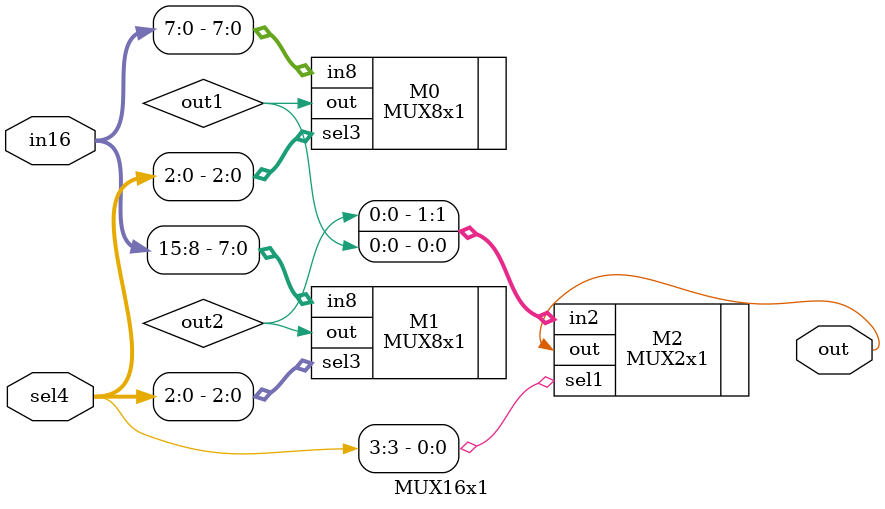
<source format=sv>
`timescale 1ns / 1ps


module MUX16x1(input [3:0] sel4, 
                input [15:0] in16,
                output logic out
    );
    
wire out1, out2;
MUX8x1 M0(.sel3(sel4[2:0]), .in8(in16[7:0]),.out(out1));
MUX8x1 M1(.sel3(sel4[2:0]), .in8(in16[15:8]),.out(out2));

MUX2x1 M2(.sel1(sel4[3]), .in2({out2,out1}),.out(out));
endmodule
//    always @(sel4 or in16) begin
//        case(sel4)
//            4'b0000: begin out= in16[0] ; end
//            4'b0001: begin out= in16[1] ; end
//            4'b0010: begin out= in16[2] ; end
//            4'b0011: begin out= in16[3] ; end
//            4'b0100: begin out= in16[4] ; end
//            4'b0101: begin out= in16[5] ; end
//            4'b0110: begin out= in16[6] ; end
//            4'b0111: begin out= in16[7] ; end
//            4'b1000: begin out= in16[8] ; end
//            4'b1001: begin out= in16[9] ; end
//            4'b1010: begin out= in16[10] ; end
//            4'b1011: begin out= in16[11] ; end
//            4'b1100: begin out= in16[12] ; end
//            4'b1101: begin out= in16[13] ; end
//            4'b1110: begin out= in16[14] ; end
//            4'b1111: begin out= in16[15] ; end
//        endcase
//    end


</source>
